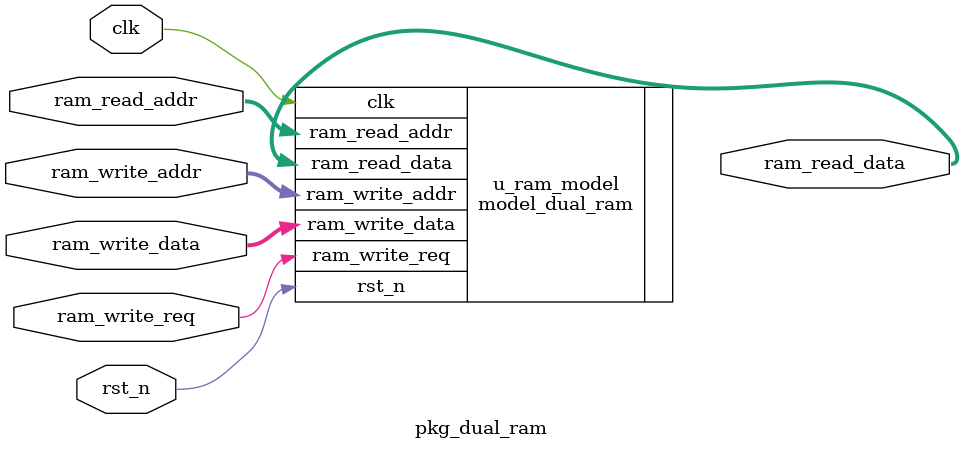
<source format=v>
module pkg_dual_ram #(
	parameter WIDTH = 8,
	parameter DEPTH_LOG = 8
)(
	input clk,    // Clock
	input rst_n,

	input ram_write_req,
	input [DEPTH_LOG - 1:0]ram_write_addr,
	input [WIDTH - 1:0]ram_write_data,

	input [DEPTH_LOG - 1:0]ram_read_addr,
	output [WIDTH - 1:0]ram_read_data
);

model_dual_ram #(
	.WIDTH(WIDTH),
	.DEPTH_LOG(DEPTH_LOG)
) u_ram_model (
	.clk(clk),    // Clock
	.rst_n(rst_n),

	.ram_write_req(ram_write_req),
	.ram_write_addr(ram_write_addr),
	.ram_write_data(ram_write_data),

	.ram_read_addr(ram_read_addr),
	.ram_read_data(ram_read_data)
);

endmodule


</source>
